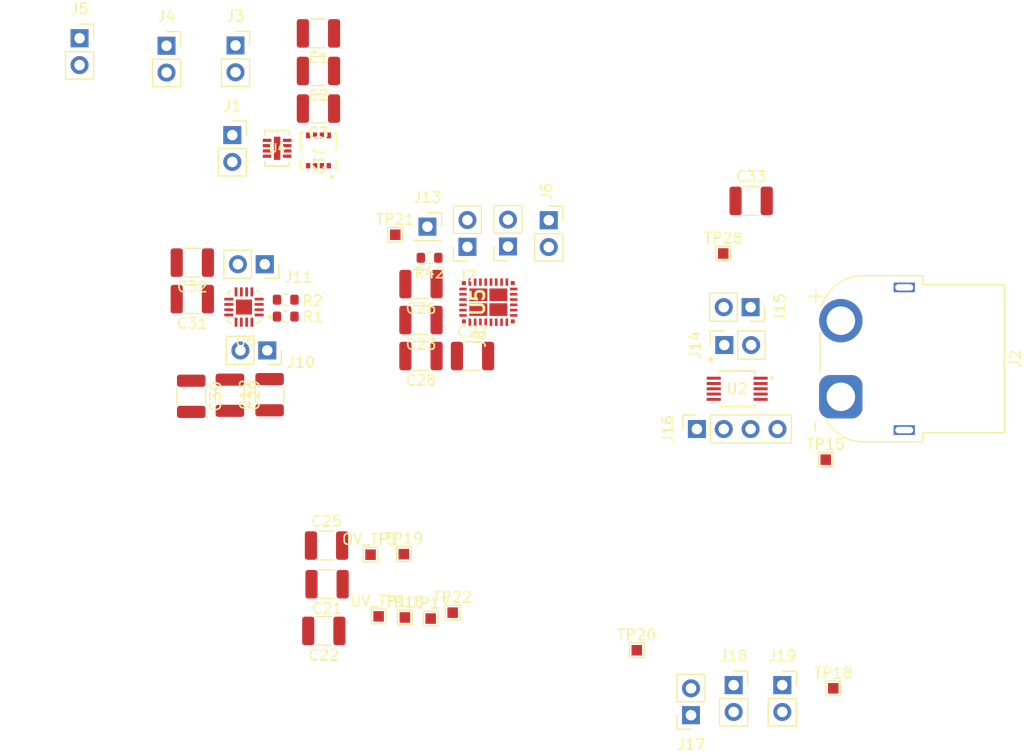
<source format=kicad_pcb>
(kicad_pcb (version 20241229) (generator "pcbnew") (generator_version "9.0")
  (layers (0 "F.Cu" signal) (2 "B.Cu" signal) (13 "F.Paste" user) (15 "B.Paste" user) (5 "F.SilkS" user "F.Silkscreen") (7 "B.SilkS" user "B.Silkscreen") (1 "F.Mask" user) (3 "B.Mask" user) (25 "Edge.Cuts" user))
  (net 0 "")
  (net 1 "+V_Batt")
  (net 2 "GND")
  (net 3 "+3.3V")
  (net 4 "Net-(U4-Vout)")
  (net 5 "Net-(U5-INTV)")
  (net 6 "Net-(C26-Pad1)")
  (net 7 "Net-(U5-BST)")
  (net 8 "Net-(J8-Pin_2)")
  (net 9 "Net-(J17-Pin_1)")
  (net 10 "Net-(J10-Pin_1)")
  (net 11 "~{LS_Toggle_GPIO}")
  (net 12 "Net-(J3-Pin_1)")
  (net 13 "Net-(J3-Pin_2)")
  (net 14 "Net-(J4-Pin_1)")
  (net 15 "Net-(J6-Pin_2)")
  (net 16 "Net-(J7-Pin_1)")
  (net 17 "+Vout")
  (net 18 "OBC SCL")
  (net 19 "OBC SDA")
  (net 20 "Net-(U4-GATE)")
  (net 21 "Net-(J12-Pad1)")
  (net 22 "SYNC_PHASE")
  (net 23 "Net-(J14-Pin_2)")
  (net 24 "Net-(J15-Pin_1)")
  (net 25 "Net-(J16-Pin_4)")
  (net 26 "SYNC_PHASE1")
  (net 27 "SYNC_PHASE2")
  (net 28 "SYNC_PHASE3")
  (net 29 "Net-(J19-Pin_1)")
  (net 30 "Net-(U5-Vc)")
  (footprint "Capacitor_SMD:C_1210_3225Metric" (layer "F.Cu") (at 145.1846 52.1716 180)
    (property "Reference" "C31" (at 0 -2.3 0) (layer "F.SilkS"))
    (property "Value" "10u")
    (pad "1" smd roundrect (at -1.475 0 180) (size 1.15 2.7) (layers "F.Cu" "F.Mask" "F.Paste") (roundrect_rratio 0.217391) (net 10 "Net-(J10-Pin_1)"))
    (pad "2" smd roundrect (at 1.475 0 180) (size 1.15 2.7) (layers "F.Cu" "F.Mask" "F.Paste") (roundrect_rratio 0.217391) (net 2 "GND"))
  )
  (footprint "TestPoint:TestPoint_Pad_1.0x1.0mm" (layer "F.Cu") (at 162.052 76.3524)
    (property "Reference" "OV_TP1" (at 0 -1.448 0) (layer "F.SilkS"))
    (property "Value" "TestPoint")
    (pad "1" smd rect (at 0 0) (size 1 1) (layers "F.Cu" "F.Mask") (net 14 "Net-(J4-Pin_1)"))
  )
  (footprint "TestPoint:TestPoint_Pad_1.0x1.0mm" (layer "F.Cu") (at 205.1304 67.3608)
    (property "Reference" "TP15" (at 0 -1.448 0) (layer "F.SilkS"))
    (property "Value" "TestPoint")
    (pad "1" smd rect (at 0 0) (size 1 1) (layers "F.Cu" "F.Mask") (net 1 "+V_Batt"))
  )
  (footprint "Capacitor_SMD:C_1210_3225Metric" (layer "F.Cu") (at 157.8864 75.4888)
    (property "Reference" "C25" (at 0 -2.3 0) (layer "F.SilkS"))
    (property "Value" "1u")
    (pad "1" smd roundrect (at -1.475 0) (size 1.15 2.7) (layers "F.Cu" "F.Mask" "F.Paste") (roundrect_rratio 0.217391) (net 4 "Net-(U4-Vout)"))
    (pad "2" smd roundrect (at 1.475 0) (size 1.15 2.7) (layers "F.Cu" "F.Mask" "F.Paste") (roundrect_rratio 0.217391) (net 2 "GND"))
  )
  (footprint "Capacitor_SMD:C_1210_3225Metric" (layer "F.Cu") (at 166.8254 54.1528 180)
    (property "Reference" "C23" (at 0 -2.3 0) (layer "F.SilkS"))
    (property "Value" "1u")
    (pad "1" smd roundrect (at -1.475 0 180) (size 1.15 2.7) (layers "F.Cu" "F.Mask" "F.Paste") (roundrect_rratio 0.217391) (net 5 "Net-(U5-INTV)"))
    (pad "2" smd roundrect (at 1.475 0 180) (size 1.15 2.7) (layers "F.Cu" "F.Mask" "F.Paste") (roundrect_rratio 0.217391) (net 2 "GND"))
  )
  (footprint "TestPoint:TestPoint_Pad_1.0x1.0mm" (layer "F.Cu") (at 205.8416 89.0016)
    (property "Reference" "TP18" (at 0 -1.448 0) (layer "F.SilkS"))
    (property "Value" "TestPoint")
    (pad "1" smd rect (at 0 0) (size 1 1) (layers "F.Cu" "F.Mask") (net 29 "Net-(J19-Pin_1)"))
  )
  (footprint "Connector_PinSocket_2.54mm:PinSocket_1x02_P2.54mm_Vertical" (layer "F.Cu") (at 171.2218 47.224 180)
    (property "Reference" "J7" (at 0 -2.77 0) (layer "F.SilkS"))
    (property "Value" "Conn_01x02_Socket")
    (pad "1" thru_hole rect (at 0 0 180) (size 1.7 1.7) (drill 1) (layers "*.Cu" "*.Mask") (net 16 "Net-(J7-Pin_1)"))
    (pad "2" thru_hole oval (at 0 2.54 180) (size 1.7 1.7) (drill 1) (layers "*.Cu" "*.Mask") (net 2 "GND"))
  )
  (footprint "Capacitor_SMD:C_1210_3225Metric" (layer "F.Cu") (at 157.1244 30.5816 180)
    (property "Reference" "C2" (at 0 -2.3 0) (layer "F.SilkS"))
    (property "Value" "10uF")
    (pad "1" smd roundrect (at -1.475 0 180) (size 1.15 2.7) (layers "F.Cu" "F.Mask" "F.Paste") (roundrect_rratio 0.217391) (net 1 "+V_Batt"))
    (pad "2" smd roundrect (at 1.475 0 180) (size 1.15 2.7) (layers "F.Cu" "F.Mask" "F.Paste") (roundrect_rratio 0.217391) (net 2 "GND"))
  )
  (footprint "REVC:INA230AIRGTT" (layer "F.Cu") (at 150.0752 52.921 180)
    (property "Reference" "U6" (at -0.165 -3.213 0) (layer "F.SilkS"))
    (property "Value" "INA230")
    (pad "1" smd roundrect (at -1.435 -0.75 180) (size 0.86 0.26) (layers "F.Cu" "F.Mask" "F.Paste") (roundrect_rratio 0.125) (net 2 "GND"))
    (pad "2" smd roundrect (at -1.435 -0.25 180) (size 0.86 0.26) (layers "F.Cu" "F.Mask" "F.Paste") (roundrect_rratio 0.125) (net 2 "GND"))
    (pad "3" smd roundrect (at -1.435 0.25 180) (size 0.86 0.26) (layers "F.Cu" "F.Mask" "F.Paste") (roundrect_rratio 0.125))
    (pad "4" smd roundrect (at -1.435 0.75 180) (size 0.86 0.26) (layers "F.Cu" "F.Mask" "F.Paste") (roundrect_rratio 0.125) (net 19 "OBC SDA"))
    (pad "5" smd roundrect (at -0.75 1.435 180) (size 0.26 0.86) (layers "F.Cu" "F.Mask" "F.Paste") (roundrect_rratio 0.125) (net 18 "OBC SCL"))
    (pad "6" smd roundrect (at -0.75 -1.435 180) (size 0.26 0.86) (layers "F.Cu" "F.Mask" "F.Paste") (roundrect_rratio 0.125))
    (pad "6" smd roundrect (at -0.25 -1.435 180) (size 0.26 0.86) (layers "F.Cu" "F.Mask" "F.Paste") (roundrect_rratio 0.125))
    (pad "6" smd roundrect (at -0.25 1.435 180) (size 0.26 0.86) (layers "F.Cu" "F.Mask" "F.Paste") (roundrect_rratio 0.125))
    (pad "6" smd rect (at 0 0 180) (size 1.52 1.42) (layers "F.Cu" "F.Mask"))
    (pad "6" smd roundrect (at 0.25 -1.435 180) (size 0.26 0.86) (layers "F.Cu" "F.Mask" "F.Paste") (roundrect_rratio 0.125))
    (pad "6" smd roundrect (at 0.25 1.435 180) (size 0.26 0.86) (layers "F.Cu" "F.Mask" "F.Paste") (roundrect_rratio 0.125))
    (pad "6" smd roundrect (at 0.75 1.435 180) (size 0.26 0.86) (layers "F.Cu" "F.Mask" "F.Paste") (roundrect_rratio 0.125))
    (pad "9" smd roundrect (at 1.435 0.75 180) (size 0.86 0.26) (layers "F.Cu" "F.Mask" "F.Paste") (roundrect_rratio 0.125) (net 3 "+3.3V"))
    (pad "10" smd roundrect (at 1.435 0.25 180) (size 0.86 0.26) (layers "F.Cu" "F.Mask" "F.Paste") (roundrect_rratio 0.125) (net 2 "GND"))
    (pad "11" smd roundrect (at 1.435 -0.25 180) (size 0.86 0.26) (layers "F.Cu" "F.Mask" "F.Paste") (roundrect_rratio 0.125) (net 10 "Net-(J10-Pin_1)"))
    (pad "12" smd roundrect (at 1.435 -0.75 180) (size 0.86 0.26) (layers "F.Cu" "F.Mask" "F.Paste") (roundrect_rratio 0.125) (net 17 "+Vout"))
    (pad "13" smd roundrect (at 0.75 -1.435 180) (size 0.26 0.86) (layers "F.Cu" "F.Mask" "F.Paste") (roundrect_rratio 0.125) (net 10 "Net-(J10-Pin_1)"))
  )
  (footprint "Capacitor_SMD:C_1210_3225Metric" (layer "F.Cu") (at 157.6324 83.566 180)
    (property "Reference" "C22" (at 0 -2.3 0) (layer "F.SilkS"))
    (property "Value" "10uF")
    (pad "1" smd roundrect (at -1.475 0 180) (size 1.15 2.7) (layers "F.Cu" "F.Mask" "F.Paste") (roundrect_rratio 0.217391) (net 4 "Net-(U4-Vout)"))
    (pad "2" smd roundrect (at 1.475 0 180) (size 1.15 2.7) (layers "F.Cu" "F.Mask" "F.Paste") (roundrect_rratio 0.217391) (net 2 "GND"))
  )
  (footprint "Resistor_SMD:R_0603_1608Metric" (layer "F.Cu") (at 154.0256 52.2224 180)
    (property "Reference" "R2" (at -2.54 -0.1016 0) (layer "F.SilkS"))
    (property "Value" "4.7k")
    (pad "1" smd roundrect (at -0.825 0 180) (size 0.8 0.95) (layers "F.Cu" "F.Mask" "F.Paste") (net 3 "+3.3V"))
    (pad "2" smd roundrect (at 0.825 0 180) (size 0.8 0.95) (layers "F.Cu" "F.Mask" "F.Paste") (net 18 "OBC SCL"))
  )
  (footprint "Connector_PinSocket_2.54mm:PinSocket_1x02_P2.54mm_Vertical" (layer "F.Cu") (at 195.5292 56.5154 90)
    (property "Reference" "J14" (at 0 -2.77 90) (layer "F.SilkS"))
    (property "Value" "Conn_01x02_Socket")
    (pad "1" thru_hole rect (at 0 0 90) (size 1.7 1.7) (drill 1) (layers "*.Cu" "*.Mask") (net 3 "+3.3V"))
    (pad "2" thru_hole oval (at 0 2.54 90) (size 1.7 1.7) (drill 1) (layers "*.Cu" "*.Mask") (net 23 "Net-(J14-Pin_2)"))
  )
  (footprint "Connector_PinSocket_2.54mm:PinSocket_1x02_P2.54mm_Vertical" (layer "F.Cu") (at 142.748 28.194)
    (property "Reference" "J4" (at 0 -2.77 0) (layer "F.SilkS"))
    (property "Value" "Conn_01x02_Socket")
    (pad "1" thru_hole rect (at 0 0) (size 1.7 1.7) (drill 1) (layers "*.Cu" "*.Mask") (net 14 "Net-(J4-Pin_1)"))
    (pad "2" thru_hole oval (at 0 2.54) (size 1.7 1.7) (drill 1) (layers "*.Cu" "*.Mask") (net 12 "Net-(J3-Pin_1)"))
  )
  (footprint "Connector_PinSocket_2.54mm:PinSocket_1x04_P2.54mm_Vertical" (layer "F.Cu") (at 192.9384 64.4652 90)
    (property "Reference" "J16" (at 0 -2.77 90) (layer "F.SilkS"))
    (property "Value" "Conn_01x04_Socket")
    (pad "1" thru_hole rect (at 0 0 90) (size 1.7 1.7) (drill 1) (layers "*.Cu" "*.Mask") (net 26 "SYNC_PHASE1"))
    (pad "2" thru_hole oval (at 0 2.54 90) (size 1.7 1.7) (drill 1) (layers "*.Cu" "*.Mask") (net 27 "SYNC_PHASE2"))
    (pad "3" thru_hole oval (at 0 5.08 90) (size 1.7 1.7) (drill 1) (layers "*.Cu" "*.Mask") (net 28 "SYNC_PHASE3"))
    (pad "4" thru_hole oval (at 0 7.62 90) (size 1.7 1.7) (drill 1) (layers "*.Cu" "*.Mask") (net 25 "Net-(J16-Pin_4)"))
  )
  (footprint "TestPoint:TestPoint_Pad_1.0x1.0mm" (layer "F.Cu") (at 162.814 82.1944)
    (property "Reference" "UV_TP1" (at 0 -1.448 0) (layer "F.SilkS"))
    (property "Value" "TestPoint")
    (pad "1" smd rect (at 0 0) (size 1 1) (layers "F.Cu" "F.Mask") (net 12 "Net-(J3-Pin_1)"))
  )
  (footprint "Capacitor_SMD:C_1210_3225Metric" (layer "F.Cu") (at 157.1244 34.1376 180)
    (property "Reference" "C3" (at 0 -2.3 0) (layer "F.SilkS"))
    (property "Value" "10uF")
    (pad "1" smd roundrect (at -1.475 0 180) (size 1.15 2.7) (layers "F.Cu" "F.Mask" "F.Paste") (roundrect_rratio 0.217391) (net 1 "+V_Batt"))
    (pad "2" smd roundrect (at 1.475 0 180) (size 1.15 2.7) (layers "F.Cu" "F.Mask" "F.Paste") (roundrect_rratio 0.217391) (net 2 "GND"))
  )
  (footprint "Capacitor_SMD:C_1210_3225Metric" (layer "F.Cu") (at 148.7424 61.2666 -90)
    (property "Reference" "C29" (at 0 -2.3 90) (layer "F.SilkS"))
    (property "Value" "47u")
    (pad "1" smd roundrect (at -1.475 0 270) (size 1.15 2.7) (layers "F.Cu" "F.Mask" "F.Paste") (roundrect_rratio 0.217391) (net 10 "Net-(J10-Pin_1)"))
    (pad "2" smd roundrect (at 1.475 0 270) (size 1.15 2.7) (layers "F.Cu" "F.Mask" "F.Paste") (roundrect_rratio 0.217391) (net 2 "GND"))
  )
  (footprint "Capacitor_SMD:C_1210_3225Metric" (layer "F.Cu") (at 198.0692 42.8752)
    (property "Reference" "C33" (at 0 -2.3 0) (layer "F.SilkS"))
    (property "Value" "1u")
    (pad "1" smd roundrect (at -1.475 0) (size 1.15 2.7) (layers "F.Cu" "F.Mask" "F.Paste") (roundrect_rratio 0.217391) (net 2 "GND"))
    (pad "2" smd roundrect (at 1.475 0) (size 1.15 2.7) (layers "F.Cu" "F.Mask" "F.Paste") (roundrect_rratio 0.217391) (net 3 "+3.3V"))
  )
  (footprint "Connector_AMASS:AMASS_XT60PW-F_1x02_P7.20mm_Horizontal" (layer "F.Cu") (at 206.5576 61.4104 -90)
    (property "Reference" "J2" (at -3.6 -16.5 90) (layer "F.SilkS"))
    (property "Value" "Input Power")
    (fp_text user "-" (at 2.8 2.5 90) (layer "F.SilkS"))
    (fp_text user "+" (at -9.5 2.5 90) (layer "F.SilkS") (effects (font (size 1.5 1.5))))
    (pad "" thru_hole rect (at -10.35 -6 270) (size 0.9 2) (drill oval 0.6 1.7) (layers "*.Cu" "*.Mask"))
    (pad "" thru_hole rect (at 3.15 -6 270) (size 0.9 2) (drill oval 0.6 1.7) (layers "*.Cu" "*.Mask"))
    (pad "1" thru_hole roundrect (at 0 0 270) (size 4.1 4.1) (drill 2.7) (layers "*.Cu" "*.Mask") (net 1 "+V_Batt"))
    (pad "2" thru_hole circle (at -7.2 0 270) (size 4.1 4.1) (drill 2.7) (layers "*.Cu" "*.Mask") (net 2 "GND"))
  )
  (footprint "TestPoint:TestPoint_Pad_1.0x1.0mm" (layer "F.Cu") (at 165.3032 82.296)
    (property "Reference" "TP16" (at 0 -1.448 0) (layer "F.SilkS"))
    (property "Value" "TestPoint")
    (pad "1" smd rect (at 0 0) (size 1 1) (layers "F.Cu" "F.Mask") (net 13 "Net-(J3-Pin_2)"))
  )
  (footprint "Capacitor_SMD:C_1210_3225Metric" (layer "F.Cu") (at 166.8272 50.7492 180)
    (property "Reference" "C26" (at 0 -2.3 0) (layer "F.SilkS"))
    (property "Value" "220p")
    (pad "1" smd roundrect (at -1.475 0 180) (size 1.15 2.7) (layers "F.Cu" "F.Mask" "F.Paste") (roundrect_rratio 0.217391) (net 6 "Net-(C26-Pad1)"))
    (pad "2" smd roundrect (at 1.475 0 180) (size 1.15 2.7) (layers "F.Cu" "F.Mask" "F.Paste") (roundrect_rratio 0.217391) (net 2 "GND"))
  )
  (footprint "Capacitor_SMD:C_1210_3225Metric" (layer "F.Cu") (at 171.7022 57.5564)
    (property "Reference" "C27" (at 0 -2.3 0) (layer "F.SilkS"))
    (property "Value" "0.1u")
    (pad "1" smd roundrect (at -1.475 0) (size 1.15 2.7) (layers "F.Cu" "F.Mask" "F.Paste") (roundrect_rratio 0.217391) (net 7 "Net-(U5-BST)"))
    (pad "2" smd roundrect (at 1.475 0) (size 1.15 2.7) (layers "F.Cu" "F.Mask" "F.Paste") (roundrect_rratio 0.217391) (net 8 "Net-(J8-Pin_2)"))
  )
  (footprint "Resistor_SMD:R_0603_1608Metric" (layer "F.Cu") (at 154.0256 53.8212 180)
    (property "Reference" "R1" (at -2.5908 -0.0268 0) (layer "F.SilkS"))
    (property "Value" "4.7k")
    (pad "1" smd roundrect (at -0.825 0 180) (size 0.8 0.95) (layers "F.Cu" "F.Mask" "F.Paste") (net 3 "+3.3V"))
    (pad "2" smd roundrect (at 0.825 0 180) (size 0.8 0.95) (layers "F.Cu" "F.Mask" "F.Paste") (net 19 "OBC SDA"))
  )
  (footprint "Capacitor_SMD:C_1210_3225Metric" (layer "F.Cu") (at 145.0848 61.3664 -90)
    (property "Reference" "C30" (at 0 -2.3 90) (layer "F.SilkS"))
    (property "Value" "47u")
    (pad "1" smd roundrect (at -1.475 0 270) (size 1.15 2.7) (layers "F.Cu" "F.Mask" "F.Paste") (roundrect_rratio 0.217391) (net 10 "Net-(J10-Pin_1)"))
    (pad "2" smd roundrect (at 1.475 0 270) (size 1.15 2.7) (layers "F.Cu" "F.Mask" "F.Paste") (roundrect_rratio 0.217391) (net 2 "GND"))
  )
  (footprint "Connector_PinSocket_2.54mm:PinSocket_1x02_P2.54mm_Vertical" (layer "F.Cu") (at 198.0184 52.9336 -90)
    (property "Reference" "J15" (at 0 -2.77 90) (layer "F.SilkS"))
    (property "Value" "Conn_01x02_Socket")
    (pad "1" thru_hole rect (at 0 0 270) (size 1.7 1.7) (drill 1) (layers "*.Cu" "*.Mask") (net 24 "Net-(J15-Pin_1)"))
    (pad "2" thru_hole oval (at 0 2.54 270) (size 1.7 1.7) (drill 1) (layers "*.Cu" "*.Mask") (net 3 "+3.3V"))
  )
  (footprint "TestPoint:TestPoint_Pad_1.0x1.0mm" (layer "F.Cu") (at 165.2016 76.3016)
    (property "Reference" "TP19" (at 0 -1.448 0) (layer "F.SilkS"))
    (property "Value" "TestPoint")
    (pad "1" smd rect (at 0 0) (size 1 1) (layers "F.Cu" "F.Mask") (net 17 "+Vout"))
  )
  (footprint "Connector_PinSocket_2.54mm:PinSocket_1x02_P2.54mm_Vertical" (layer "F.Cu") (at 196.4156 88.6968)
    (property "Reference" "J18" (at 0 -2.77 0) (layer "F.SilkS"))
    (property "Value" "Conn_01x02_Socket")
    (pad "1" thru_hole rect (at 0 0) (size 1.7 1.7) (drill 1) (layers "*.Cu" "*.Mask") (net 10 "Net-(J10-Pin_1)"))
    (pad "2" thru_hole oval (at 0 2.54) (size 1.7 1.7) (drill 1) (layers "*.Cu" "*.Mask") (net 9 "Net-(J17-Pin_1)"))
  )
  (footprint "TestPoint:TestPoint_Pad_1.0x1.0mm" (layer "F.Cu") (at 195.4276 47.8536)
    (property "Reference" "TP28" (at 0 -1.448 0) (layer "F.SilkS"))
    (property "Value" "TestPoint")
    (pad "1" smd rect (at 0 0) (size 1 1) (layers "F.Cu" "F.Mask") (net 3 "+3.3V"))
  )
  (footprint "Connector_PinSocket_2.54mm:PinSocket_1x01_P2.54mm_Vertical" (layer "F.Cu") (at 167.4368 45.3136)
    (property "Reference" "J13" (at 0 -2.77 0) (layer "F.SilkS"))
    (property "Value" "Conn_01x01_Socket")
    (pad "1" thru_hole rect (at 0 0) (size 1.7 1.7) (drill 1) (layers "*.Cu" "*.Mask") (net 22 "SYNC_PHASE"))
  )
  (footprint "REVC:SISB46DN-T1-GE3" (layer "F.Cu") (at 157.1262 38.099 -90)
    (property "Reference" "J12" (at 1 0 270) (layer "F.SilkS"))
    (property "Value" "~")
    (pad "1" smd rect (at 1.4458 -0.974979 270) (size 0.508 0.4064) (layers "F.Cu" "F.Mask" "F.Paste") (net 21 "Net-(J12-Pad1)"))
    (pad "2" smd rect (at 1.4458 -0.324993 270) (size 0.508 0.4064) (layers "F.Cu" "F.Mask" "F.Paste") (net 20 "Net-(U4-GATE)"))
    (pad "3" smd rect (at 1.4458 0.324993 270) (size 0.508 0.4064) (layers "F.Cu" "F.Mask" "F.Paste") (net 21 "Net-(J12-Pad1)"))
    (pad "4" smd rect (at 1.4458 0.974979 270) (size 0.508 0.4064) (layers "F.Cu" "F.Mask" "F.Paste") (net 20 "Net-(U4-GATE)"))
    (pad "5" smd rect (at -1.4204 0.974979 270) (size 0.5588 0.4064) (layers "F.Cu" "F.Mask" "F.Paste") (net 13 "Net-(J3-Pin_2)"))
    (pad "6" smd rect (at -1.4204 0.324993 270) (size 0.5588 0.4064) (layers "F.Cu" "F.Mask" "F.Paste") (net 13 "Net-(J3-Pin_2)"))
    (pad "7" smd rect (at -1.4204 -0.324993 270) (size 0.5588 0.4064) (layers "F.Cu" "F.Mask" "F.Paste") (net 1 "+V_Batt"))
    (pad "8" smd rect (at -1.4204 -0.974979 270) (size 0.5588 0.4064) (layers "F.Cu" "F.Mask" "F.Paste") (net 1 "+V_Batt"))
  )
  (footprint "Capacitor_SMD:C_1210_3225Metric" (layer "F.Cu") (at 145.1864 48.7172 180)
    (property "Reference" "C32" (at 0 -2.3 0) (layer "F.SilkS"))
    (property "Value" "10u")
    (pad "1" smd roundrect (at -1.475 0 180) (size 1.15 2.7) (layers "F.Cu" "F.Mask" "F.Paste") (roundrect_rratio 0.217391) (net 10 "Net-(J10-Pin_1)"))
    (pad "2" smd roundrect (at 1.475 0 180) (size 1.15 2.7) (layers "F.Cu" "F.Mask" "F.Paste") (roundrect_rratio 0.217391) (net 2 "GND"))
  )
  (footprint "REVC:LT8638SEVPBF" (layer "F.Cu") (at 173.201 52.4606 90)
    (property "Reference" "U5" (at 0 -1 90) (layer "F.SilkS") (effects (font (size 1.27 1.27) (thickness 0.254))))
    (property "Value" "~" (hide yes))
    (pad "1" smd rect (at -1.9 -1.75 180) (size 0.25 0.7) (layers "F.Cu" "F.Mask" "F.Paste") (net 2 "GND"))
    (pad "2" smd rect (at -1.9 -1.25 180) (size 0.25 0.7) (layers "F.Cu" "F.Mask" "F.Paste") (net 10 "Net-(J10-Pin_1)"))
    (pad "3" smd rect (at -1.9 -0.75 180) (size 0.25 0.7) (layers "F.Cu" "F.Mask" "F.Paste") (net 5 "Net-(U5-INTV)"))
    (pad "4" smd rect (at -1.9 -0.25 180) (size 0.25 0.7) (layers "F.Cu" "F.Mask" "F.Paste") (net 7 "Net-(U5-BST)"))
    (pad "5" smd rect (at -1.9 0.25 180) (size 0.25 0.7) (layers "F.Cu" "F.Mask" "F.Paste") (net 8 "Net-(J8-Pin_2)"))
    (pad "5" smd rect (at -1.9 0.75 180) (size 0.25 0.7) (layers "F.Cu" "F.Mask" "F.Paste") (net 8 "Net-(J8-Pin_2)"))
    (pad "5" smd rect (at -1.9 1.25 180) (size 0.25 0.7) (layers "F.Cu" "F.Mask" "F.Paste") (net 8 "Net-(J8-Pin_2)"))
    (pad "5" smd rect (at -1.9 1.75 180) (size 0.25 0.7) (layers "F.Cu" "F.Mask" "F.Paste") (net 8 "Net-(J8-Pin_2)"))
    (pad "9" smd rect (at -1.25 2.4 90) (size 0.25 0.7) (layers "F.Cu" "F.Mask" "F.Paste") (net 2 "GND"))
    (pad "9" smd rect (at -0.75 2.4 90) (size 0.25 0.7) (layers "F.Cu" "F.Mask" "F.Paste") (net 2 "GND"))
    (pad "9" smd rect (at -0.7 -0.95 90) (size 1.2 1.7) (layers "F.Cu" "F.Mask" "F.Paste") (net 2 "GND"))
    (pad "9" smd rect (at -0.7 0.95 90) (size 1.2 1.7) (layers "F.Cu" "F.Mask" "F.Paste") (net 2 "GND"))
    (pad "9" smd rect (at -0.25 2.4 90) (size 0.25 0.7) (layers "F.Cu" "F.Mask" "F.Paste") (net 2 "GND"))
    (pad "9" smd rect (at 0.25 2.4 90) (size 0.25 0.7) (layers "F.Cu" "F.Mask" "F.Paste") (net 2 "GND"))
    (pad "9" smd rect (at 0.7 -0.95 90) (size 1.2 1.7) (layers "F.Cu" "F.Mask" "F.Paste") (net 2 "GND"))
    (pad "9" smd rect (at 0.7 0.95 90) (size 1.2 1.7) (layers "F.Cu" "F.Mask" "F.Paste") (net 2 "GND"))
    (pad "9" smd rect (at 0.75 2.4 90) (size 0.25 0.7) (layers "F.Cu" "F.Mask" "F.Paste") (net 2 "GND"))
    (pad "9" smd rect (at 1.25 2.4 90) (size 0.25 0.7) (layers "F.Cu" "F.Mask" "F.Paste") (net 2 "GND"))
    (pad "9" smd rect (at 1.9 -0.75 180) (size 0.25 0.7) (layers "F.Cu" "F.Mask" "F.Paste") (net 2 "GND"))
    (pad "18" smd rect (at 1.9 0.25 180) (size 0.25 0.7) (layers "F.Cu" "F.Mask" "F.Paste") (net 4 "Net-(U4-Vout)"))
    (pad "18" smd rect (at 1.9 0.75 180) (size 0.25 0.7) (layers "F.Cu" "F.Mask" "F.Paste") (net 4 "Net-(U4-Vout)"))
    (pad "18" smd rect (at 1.9 1.25 180) (size 0.25 0.7) (layers "F.Cu" "F.Mask" "F.Paste") (net 4 "Net-(U4-Vout)"))
    (pad "18" smd rect (at 1.9 1.75 180) (size 0.25 0.7) (layers "F.Cu" "F.Mask" "F.Paste") (net 4 "Net-(U4-Vout)"))
    (pad "19" smd rect (at -1.813 -2.313 180) (size 0.375 0.375) (layers "F.Cu" "F.Mask" "F.Paste") (net 2 "GND"))
    (pad "19" smd rect (at -1.813 2.313 180) (size 0.375 0.375) (layers "F.Cu" "F.Mask" "F.Paste") (net 2 "GND"))
    (pad "19" smd rect (at 1.813 -2.313 180) (size 0.375 0.375) (layers "F.Cu" "F.Mask" "F.Paste") (net 2 "GND"))
    (pad "19" smd rect (at 1.813 2.313 180) (size 0.375 0.375) (layers "F.Cu" "F.Mask" "F.Paste") (net 2 "GND"))
    (pad "19" smd rect (at 1.9 -0.25 180) (size 0.25 0.7) (layers "F.Cu" "F.Mask" "F.Paste") (net 2 "GND"))
    (pad "21" smd rect (at 1.9 -1.25 180) (size 0.25 0.7) (layers "F.Cu" "F.Mask" "F.Paste") (net 4 "Net-(U4-Vout)"))
    (pad "22" smd rect (at 1.9 -1.75 180) (size 0.25 0.7) (layers "F.Cu" "F.Mask" "F.Paste") (net 16 "Net-(J7-Pin_1)"))
    (pad "23" smd rect (at 1.25 -2.4 90) (size 0.25 0.7) (layers "F.Cu" "F.Mask" "F.Paste"))
    (pad "24" smd rect (at 0.75 -2.4 90) (size 0.25 0.7) (layers "F.Cu" "F.Mask" "F.Paste") (net 22 "SYNC_PHASE"))
    (pad "25" smd rect (at 0.25 -2.4 90) (size 0.25 0.7) (layers "F.Cu" "F.Mask" "F.Paste"))
    (pad "26" smd rect (at -0.25 -2.4 90) (size 0.25 0.7) (layers "F.Cu" "F.Mask" "F.Paste") (net 30 "Net-(U5-Vc)"))
    (pad "27" smd rect (at -0.75 -2.4 90) (size 0.25 0.7) (layers "F.Cu" "F.Mask" "F.Paste") (net 15 "Net-(J6-Pin_2)"))
    (pad "28" smd rect (at -1.25 -2.4 90) (size 0.25 0.7) (layers "F.Cu" "F.Mask" "F.Paste") (net 9 "Net-(J17-Pin_1)"))
  )
  (footprint "Capacitor_SMD:C_1210_3225Metric" (layer "F.Cu") (at 157.1244 27.0256 180)
    (property "Reference" "C1" (at 0 -2.3 0) (layer "F.SilkS"))
    (property "Value" "10uF")
    (pad "1" smd roundrect (at -1.475 0 180) (size 1.15 2.7) (layers "F.Cu" "F.Mask" "F.Paste") (roundrect_rratio 0.217391) (net 1 "+V_Batt"))
    (pad "2" smd roundrect (at 1.475 0 180) (size 1.15 2.7) (layers "F.Cu" "F.Mask" "F.Paste") (roundrect_rratio 0.217391) (net 2 "GND"))
  )
  (footprint "REVC:LTC6902" (layer "F.Cu") (at 196.7484 60.6552)
    (property "Reference" "U2" (at 0 0 0) (layer "F.SilkS"))
    (property "Value" "~")
    (fp_text user "*" (at -2.47015 -2.42316 0) (layer "F.SilkS"))
    (fp_text user "*" (at -2.47015 -2.42316 0) (layer "F.SilkS"))
    (pad "1" smd rect (at -2.21615 -1.00076) (size 1.3335 0.2794) (layers "F.Cu" "F.Mask" "F.Paste") (net 3 "+3.3V"))
    (pad "2" smd rect (at -2.21615 -0.50038) (size 1.3335 0.2794) (layers "F.Cu" "F.Mask" "F.Paste"))
    (pad "3" smd rect (at -2.21615 0) (size 1.3335 0.2794) (layers "F.Cu" "F.Mask" "F.Paste"))
    (pad "4" smd rect (at -2.21615 0.50038) (size 1.3335 0.2794) (layers "F.Cu" "F.Mask" "F.Paste") (net 26 "SYNC_PHASE1"))
    (pad "5" smd rect (at -2.21615 1.00076) (size 1.3335 0.2794) (layers "F.Cu" "F.Mask" "F.Paste") (net 27 "SYNC_PHASE2"))
    (pad "6" smd rect (at 2.21615 1.00076) (size 1.3335 0.2794) (layers "F.Cu" "F.Mask" "F.Paste") (net 28 "SYNC_PHASE3"))
    (pad "7" smd rect (at 2.21615 0.50038) (size 1.3335 0.2794) (layers "F.Cu" "F.Mask" "F.Paste") (net 25 "Net-(J16-Pin_4)"))
    (pad "8" smd rect (at 2.21615 0) (size 1.3335 0.2794) (layers "F.Cu" "F.Mask" "F.Paste") (net 2 "GND"))
    (pad "9" smd rect (at 2.21615 -0.50038) (size 1.3335 0.2794) (layers "F.Cu" "F.Mask" "F.Paste") (net 23 "Net-(J14-Pin_2)"))
    (pad "10" smd rect (at 2.21615 -1.00076) (size 1.3335 0.2794) (layers "F.Cu" "F.Mask" "F.Paste") (net 24 "Net-(J15-Pin_1)"))
  )
  (footprint "Connector_PinSocket_2.54mm:PinSocket_1x02_P2.54mm_Vertical" (layer "F.Cu") (at 152.2784 57.0226 -90)
    (property "Reference" "J10" (at 1.1176 -3.2004 0) (layer "F.SilkS"))
    (property "Value" "Conn_01x02_Socket")
    (pad "1" thru_hole rect (at 0 0 270) (size 1.7 1.7) (drill 1) (layers "*.Cu" "*.Mask") (net 10 "Net-(J10-Pin_1)"))
    (pad "2" thru_hole oval (at 0 2.54 270) (size 1.7 1.7) (drill 1) (layers "*.Cu" "*.Mask") (net 17 "+Vout"))
  )
  (footprint "REVC:LTC4365" (layer "F.Cu") (at 153.2128 37.8968)
    (property "Reference" "U4" (at 0 0 0) (layer "F.SilkS") (effects (font (size 0.787402 0.787402))))
    (property "Value" "~")
    (pad "1" smd rect (at -0.9524 -0.75) (size 0.8048 0.3) (layers "F.Cu" "F.Mask" "F.Paste") (net 2 "GND"))
    (pad "1" smd rect (at 0 0) (size 0.61 2.2) (layers "F.Cu" "F.Mask") (net 2 "GND"))
    (pad "2" smd rect (at -0.9524 -0.25) (size 0.8048 0.3) (layers "F.Cu" "F.Mask" "F.Paste") (net 14 "Net-(J4-Pin_1)"))
    (pad "3" smd rect (at -0.9524 0.25) (size 0.8048 0.3) (layers "F.Cu" "F.Mask" "F.Paste") (net 12 "Net-(J3-Pin_1)"))
    (pad "4" smd rect (at -0.9524 0.75) (size 0.8048 0.3) (layers "F.Cu" "F.Mask" "F.Paste") (net 13 "Net-(J3-Pin_2)"))
    (pad "5" smd rect (at 0.9524 0.75) (size 0.8048 0.3) (layers "F.Cu" "F.Mask" "F.Paste") (net 20 "Net-(U4-GATE)"))
    (pad "6" smd rect (at 0.9524 0.25) (size 0.8048 0.3) (layers "F.Cu" "F.Mask" "F.Paste") (net 4 "Net-(U4-Vout)"))
    (pad "7" smd rect (at 0.9524 -0.25) (size 0.8048 0.3) (layers "F.Cu" "F.Mask" "F.Paste"))
    (pad "8" smd rect (at 0.9524 -0.75) (size 0.8048 0.3) (layers "F.Cu" "F.Mask" "F.Paste") (net 11 "~{LS_Toggle_GPIO}"))
  )
  (footprint "TestPoint:TestPoint_Pad_1.0x1.0mm" (layer "F.Cu") (at 187.2488 85.3948)
    (property "Reference" "TP20" (at 0 -1.448 0) (layer "F.SilkS"))
    (property "Value" "TestPoint")
    (pad "1" smd rect (at 0 0) (size 1 1) (layers "F.Cu" "F.Mask") (net 10 "Net-(J10-Pin_1)"))
  )
  (footprint "Capacitor_SMD:C_1210_3225Metric" (layer "F.Cu") (at 166.8254 57.5564 180)
    (property "Reference" "C28" (at 0 -2.3 0) (layer "F.SilkS"))
    (property "Value" "1u")
    (pad "1" smd roundrect (at -1.475 0 180) (size 1.15 2.7) (layers "F.Cu" "F.Mask" "F.Paste") (roundrect_rratio 0.217391) (net 10 "Net-(J10-Pin_1)"))
    (pad "2" smd roundrect (at 1.475 0 180) (size 1.15 2.7) (layers "F.Cu" "F.Mask" "F.Paste") (roundrect_rratio 0.217391) (net 9 "Net-(J17-Pin_1)"))
  )
  (footprint "Connector_PinSocket_2.54mm:PinSocket_1x02_P2.54mm_Vertical" (layer "F.Cu") (at 149.2754 28.1632)
    (property "Reference" "J3" (at 0 -2.77 0) (layer "F.SilkS"))
    (property "Value" "Conn_01x02_Socket")
    (pad "1" thru_hole rect (at 0 0) (size 1.7 1.7) (drill 1) (layers "*.Cu" "*.Mask") (net 12 "Net-(J3-Pin_1)"))
    (pad "2" thru_hole oval (at 0 2.54) (size 1.7 1.7) (drill 1) (layers "*.Cu" "*.Mask") (net 13 "Net-(J3-Pin_2)"))
  )
  (footprint "Connector_PinSocket_2.54mm:PinSocket_1x02_P2.54mm_Vertical" (layer "F.Cu") (at 201.0156 88.6968)
    (property "Reference" "J19" (at 0 -2.77 0) (layer "F.SilkS"))
    (property "Value" "Conn_01x02_Socket")
    (pad "1" thru_hole rect (at 0 0) (size 1.7 1.7) (drill 1) (layers "*.Cu" "*.Mask") (net 29 "Net-(J19-Pin_1)"))
    (pad "2" thru_hole oval (at 0 2.54) (size 1.7 1.7) (drill 1) (layers "*.Cu" "*.Mask") (net 3 "+3.3V"))
  )
  (footprint "Connector_PinSocket_2.54mm:PinSocket_1x02_P2.54mm_Vertical" (layer "F.Cu") (at 178.9176 44.704)
    (property "Reference" "J6" (at -0.2032 -2.6924 90) (layer "F.SilkS"))
    (property "Value" "Conn_01x02_Socket")
    (pad "1" thru_hole rect (at 0 0) (size 1.7 1.7) (drill 1) (layers "*.Cu" "*.Mask") (net 2 "GND"))
    (pad "2" thru_hole oval (at 0 2.54) (size 1.7 1.7) (drill 1) (layers "*.Cu" "*.Mask") (net 15 "Net-(J6-Pin_2)"))
  )
  (footprint "Connector_PinSocket_2.54mm:PinSocket_1x02_P2.54mm_Vertical" (layer "F.Cu") (at 134.5184 27.4828)
    (property "Reference" "J5" (at 0 -2.77 0) (layer "F.SilkS"))
    (property "Value" "Conn_01x02_Socket")
    (pad "1" thru_hole rect (at 0 0) (size 1.7 1.7) (drill 1) (layers "*.Cu" "*.Mask") (net 2 "GND"))
    (pad "2" thru_hole oval (at 0 2.54) (size 1.7 1.7) (drill 1) (layers "*.Cu" "*.Mask") (net 14 "Net-(J4-Pin_1)"))
  )
  (footprint "Capacitor_SMD:C_1210_3225Metric" (layer "F.Cu") (at 157.9372 79.1464 180)
    (property "Reference" "C21" (at 0 -2.3 0) (layer "F.SilkS"))
    (property "Value" "22u")
    (pad "1" smd roundrect (at -1.475 0 180) (size 1.15 2.7) (layers "F.Cu" "F.Mask" "F.Paste") (roundrect_rratio 0.217391) (net 4 "Net-(U4-Vout)"))
    (pad "2" smd roundrect (at 1.475 0 180) (size 1.15 2.7) (layers "F.Cu" "F.Mask" "F.Paste") (roundrect_rratio 0.217391) (net 2 "GND"))
  )
  (footprint "TestPoint:TestPoint_Pad_1.0x1.0mm" (layer "F.Cu") (at 167.7416 82.3976)
    (property "Reference" "TP17" (at 0 -1.448 0) (layer "F.SilkS"))
    (property "Value" "TestPoint")
    (pad "1" smd rect (at 0 0) (size 1 1) (layers "F.Cu" "F.Mask") (net 4 "Net-(U4-Vout)"))
  )
  (footprint "Connector_PinSocket_2.54mm:PinSocket_1x02_P2.54mm_Vertical" (layer "F.Cu") (at 152.0444 48.8696 -90)
    (property "Reference" "J11" (at 1.2192 -3.2004 180) (layer "F.SilkS"))
    (property "Value" "Conn_01x02_Socket")
    (pad "1" thru_hole rect (at 0 0 270) (size 1.7 1.7) (drill 1) (layers "*.Cu" "*.Mask") (net 19 "OBC SDA"))
    (pad "2" thru_hole oval (at 0 2.54 270) (size 1.7 1.7) (drill 1) (layers "*.Cu" "*.Mask") (net 18 "OBC SCL"))
  )
  (footprint "Connector_PinSocket_2.54mm:PinSocket_1x02_P2.54mm_Vertical" (layer "F.Cu") (at 175.0568 47.1932 180)
    (property "Reference" "J8" (at 2.6234 -8.7344 90) (layer "F.SilkS"))
    (property "Value" "Conn_01x02_Socket")
    (pad "1" thru_hole rect (at 0 0 180) (size 1.7 1.7) (drill 1) (layers "*.Cu" "*.Mask") (net 10 "Net-(J10-Pin_1)"))
    (pad "2" thru_hole oval (at 0 2.54 180) (size 1.7 1.7) (drill 1) (layers "*.Cu" "*.Mask") (net 8 "Net-(J8-Pin_2)"))
  )
  (footprint "TestPoint:TestPoint_Pad_1.0x1.0mm" (layer "F.Cu") (at 169.8244 81.8388)
    (property "Reference" "TP22" (at 0 -1.448 0) (layer "F.SilkS"))
    (property "Value" "TestPoint")
    (pad "1" smd rect (at 0 0) (size 1 1) (layers "F.Cu" "F.Mask") (net 11 "~{LS_Toggle_GPIO}"))
  )
  (footprint "Resistor_SMD:R_0603_1608Metric" (layer "F.Cu") (at 167.6382 48.26 180)
    (property "Reference" "R42" (at 0 -1.43 0) (layer "F.SilkS"))
    (property "Value" "10k")
    (pad "1" smd roundrect (at -0.825 0 180) (size 0.8 0.95) (layers "F.Cu" "F.Mask" "F.Paste") (net 30 "Net-(U5-Vc)"))
    (pad "2" smd roundrect (at 0.825 0 180) (size 0.8 0.95) (layers "F.Cu" "F.Mask" "F.Paste") (net 6 "Net-(C26-Pad1)"))
  )
  (footprint "TestPoint:TestPoint_Pad_1.0x1.0mm" (layer "F.Cu") (at 164.3888 46.0756)
    (property "Reference" "TP21" (at 0 -1.448 0) (layer "F.SilkS"))
    (property "Value" "TestPoint")
    (pad "1" smd rect (at 0 0) (size 1 1) (layers "F.Cu" "F.Mask") (net 22 "SYNC_PHASE"))
  )
  (footprint "Connector_PinSocket_2.54mm:PinSocket_1x02_P2.54mm_Vertical" (layer "F.Cu") (at 148.9706 36.6468)
    (property "Reference" "J1" (at 0 -2.77 0) (layer "F.SilkS"))
    (property "Value" "Conn_01x02_Socket")
    (pad "1" thru_hole rect (at 0 0) (size 1.7 1.7) (drill 1) (layers "*.Cu" "*.Mask") (net 11 "~{LS_Toggle_GPIO}"))
    (pad "2" thru_hole oval (at 0 2.54) (size 1.7 1.7) (drill 1) (layers "*.Cu" "*.Mask") (net 11 "~{LS_Toggle_GPIO}"))
  )
  (footprint "Connector_PinSocket_2.54mm:PinSocket_1x02_P2.54mm_Vertical" (layer "F.Cu") (at 192.3796 91.5416 180)
    (property "Reference" "J17" (at 0 -2.77 0) (layer "F.SilkS"))
    (property "Value" "Conn_01x02_Socket")
    (pad "1" thru_hole rect (at 0 0 180) (size 1.7 1.7) (drill 1) (layers "*.Cu" "*.Mask") (net 9 "Net-(J17-Pin_1)"))
    (pad "2" thru_hole oval (at 0 2.54 180) (size 1.7 1.7) (drill 1) (layers "*.Cu" "*.Mask") (net 2 "GND"))
  )
  (footprint "Capacitor_SMD:C_1210_3225Metric" (layer "F.Cu") (at 152.5016 61.214 90)
    (property "Reference" "C12" (at 0 -2.3 90) (layer "F.SilkS"))
    (property "Value" "0.1u")
    (pad "1" smd roundrect (at -1.475 0 90) (size 1.15 2.7) (layers "F.Cu" "F.Mask" "F.Paste") (roundrect_rratio 0.217391) (net 2 "GND"))
    (pad "2" smd roundrect (at 1.475 0 90) (size 1.15 2.7) (layers "F.Cu" "F.Mask" "F.Paste") (roundrect_rratio 0.217391) (net 3 "+3.3V"))
  )
)
</source>
